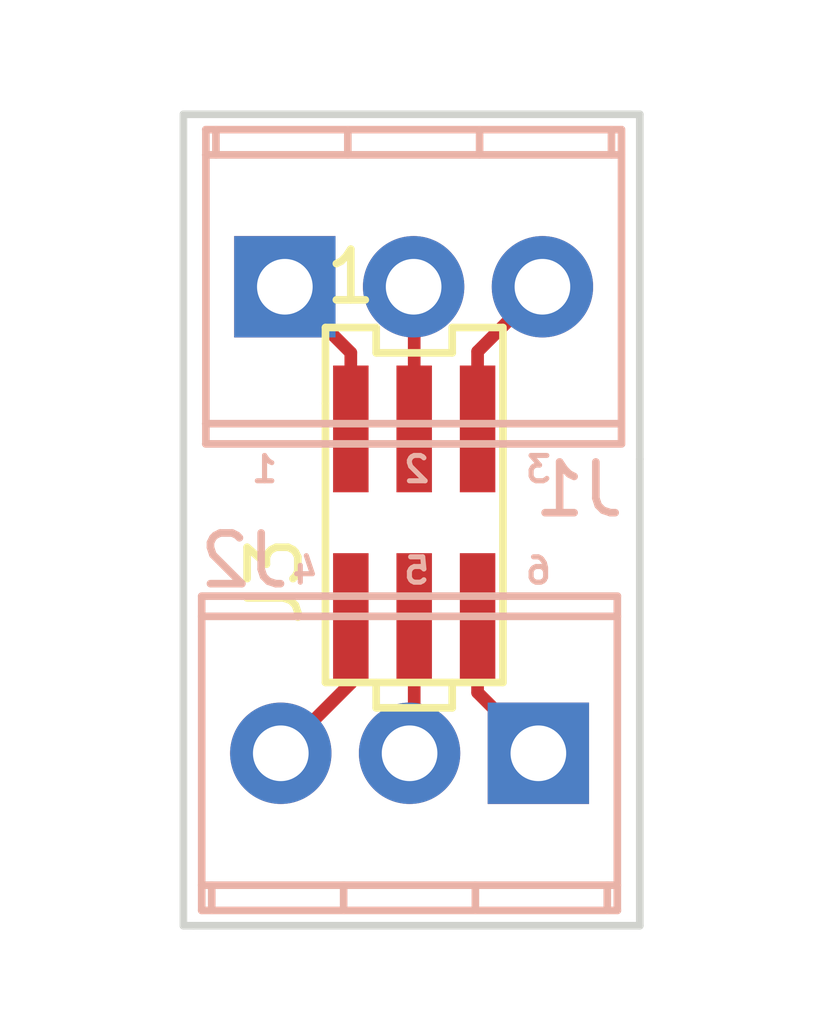
<source format=kicad_pcb>
(kicad_pcb (version 4) (host pcbnew 4.0.6)

  (general
    (links 6)
    (no_connects 0)
    (area 0 0 0 0)
    (thickness 1.6)
    (drawings 12)
    (tracks 13)
    (zones 0)
    (modules 3)
    (nets 7)
  )

  (page A4)
  (layers
    (0 F.Cu signal)
    (31 B.Cu signal)
    (32 B.Adhes user)
    (33 F.Adhes user)
    (34 B.Paste user)
    (35 F.Paste user)
    (36 B.SilkS user)
    (37 F.SilkS user)
    (38 B.Mask user)
    (39 F.Mask user)
    (40 Dwgs.User user)
    (41 Cmts.User user)
    (42 Eco1.User user)
    (43 Eco2.User user)
    (44 Edge.Cuts user)
    (45 Margin user)
    (46 B.CrtYd user)
    (47 F.CrtYd user)
    (48 B.Fab user)
    (49 F.Fab user)
  )

  (setup
    (last_trace_width 0.25)
    (trace_clearance 0.2)
    (zone_clearance 0.508)
    (zone_45_only no)
    (trace_min 0.2)
    (segment_width 0.2)
    (edge_width 0.15)
    (via_size 0.6)
    (via_drill 0.4)
    (via_min_size 0.4)
    (via_min_drill 0.3)
    (uvia_size 0.3)
    (uvia_drill 0.1)
    (uvias_allowed no)
    (uvia_min_size 0.2)
    (uvia_min_drill 0.1)
    (pcb_text_width 0.3)
    (pcb_text_size 1.5 1.5)
    (mod_edge_width 0.15)
    (mod_text_size 1 1)
    (mod_text_width 0.15)
    (pad_size 1.524 1.524)
    (pad_drill 0.762)
    (pad_to_mask_clearance 0.2)
    (aux_axis_origin 0 0)
    (visible_elements FFFFFF7F)
    (pcbplotparams
      (layerselection 0x00030_80000001)
      (usegerberextensions false)
      (excludeedgelayer true)
      (linewidth 0.100000)
      (plotframeref false)
      (viasonmask false)
      (mode 1)
      (useauxorigin false)
      (hpglpennumber 1)
      (hpglpenspeed 20)
      (hpglpendiameter 15)
      (hpglpenoverlay 2)
      (psnegative false)
      (psa4output false)
      (plotreference true)
      (plotvalue true)
      (plotinvisibletext false)
      (padsonsilk false)
      (subtractmaskfromsilk false)
      (outputformat 1)
      (mirror false)
      (drillshape 1)
      (scaleselection 1)
      (outputdirectory ""))
  )

  (net 0 "")
  (net 1 "Net-(J1-Pad3)")
  (net 2 "Net-(J1-Pad1)")
  (net 3 "Net-(J1-Pad2)")
  (net 4 "Net-(J2-Pad3)")
  (net 5 "Net-(J2-Pad1)")
  (net 6 "Net-(J2-Pad2)")

  (net_class Default "This is the default net class."
    (clearance 0.2)
    (trace_width 0.25)
    (via_dia 0.6)
    (via_drill 0.4)
    (uvia_dia 0.3)
    (uvia_drill 0.1)
    (add_net "Net-(J1-Pad1)")
    (add_net "Net-(J1-Pad2)")
    (add_net "Net-(J1-Pad3)")
    (add_net "Net-(J2-Pad1)")
    (add_net "Net-(J2-Pad2)")
    (add_net "Net-(J2-Pad3)")
  )

  (module Connectors_Terminal_Blocks:TerminalBlock_Pheonix_MPT-2.54mm_3pol (layer B.Cu) (tedit 598CDBC7) (tstamp 598CDB91)
    (at 147.2 104.2)
    (descr "3-way 2.54mm pitch terminal block, Phoenix MPT series")
    (path /598CD7FC)
    (fp_text reference J1 (at 5.8 4) (layer B.SilkS)
      (effects (font (size 1 1) (thickness 0.15)) (justify mirror))
    )
    (fp_text value Screw_Terminal_1x03 (at 2.54 -4.50088) (layer B.Fab)
      (effects (font (size 1 1) (thickness 0.15)) (justify mirror))
    )
    (fp_line (start -1.778 -3.302) (end 6.858 -3.302) (layer B.CrtYd) (width 0.05))
    (fp_line (start -1.778 3.302) (end -1.778 -3.302) (layer B.CrtYd) (width 0.05))
    (fp_line (start 6.858 3.302) (end -1.778 3.302) (layer B.CrtYd) (width 0.05))
    (fp_line (start 6.858 -3.302) (end 6.858 3.302) (layer B.CrtYd) (width 0.05))
    (fp_line (start 6.63956 3.0988) (end -1.55956 3.0988) (layer B.SilkS) (width 0.15))
    (fp_line (start 6.63956 2.70002) (end -1.55956 2.70002) (layer B.SilkS) (width 0.15))
    (fp_line (start 6.63956 -2.60096) (end -1.55956 -2.60096) (layer B.SilkS) (width 0.15))
    (fp_line (start -1.55956 -3.0988) (end 6.63956 -3.0988) (layer B.SilkS) (width 0.15))
    (fp_line (start 3.84048 -2.60096) (end 3.84048 -3.0988) (layer B.SilkS) (width 0.15))
    (fp_line (start -1.3589 -3.0988) (end -1.3589 -2.60096) (layer B.SilkS) (width 0.15))
    (fp_line (start 6.44144 -2.60096) (end 6.44144 -3.0988) (layer B.SilkS) (width 0.15))
    (fp_line (start 1.24206 -3.0988) (end 1.24206 -2.60096) (layer B.SilkS) (width 0.15))
    (fp_line (start 6.63956 -3.0988) (end 6.63956 3.0988) (layer B.SilkS) (width 0.15))
    (fp_line (start -1.55702 3.0988) (end -1.55702 -3.0988) (layer B.SilkS) (width 0.15))
    (pad 3 thru_hole oval (at 5.08 0) (size 1.99898 1.99898) (drill 1.09728) (layers *.Cu *.Mask)
      (net 1 "Net-(J1-Pad3)"))
    (pad 1 thru_hole rect (at 0 0) (size 1.99898 1.99898) (drill 1.09728) (layers *.Cu *.Mask)
      (net 2 "Net-(J1-Pad1)"))
    (pad 2 thru_hole oval (at 2.54 0) (size 1.99898 1.99898) (drill 1.09728) (layers *.Cu *.Mask)
      (net 3 "Net-(J1-Pad2)"))
    (model Terminal_Blocks.3dshapes/TerminalBlock_Pheonix_MPT-2.54mm_3pol.wrl
      (at (xyz 0.1 0 0))
      (scale (xyz 1 1 1))
      (rotate (xyz 0 0 0))
    )
  )

  (module Connectors_Terminal_Blocks:TerminalBlock_Pheonix_MPT-2.54mm_3pol (layer B.Cu) (tedit 598CDBCE) (tstamp 598CDB98)
    (at 152.2 113.4 180)
    (descr "3-way 2.54mm pitch terminal block, Phoenix MPT series")
    (path /598CD863)
    (fp_text reference J2 (at 5.8 3.8 180) (layer B.SilkS)
      (effects (font (size 1 1) (thickness 0.15)) (justify mirror))
    )
    (fp_text value Screw_Terminal_1x03 (at 2.54 -4.50088 180) (layer B.Fab)
      (effects (font (size 1 1) (thickness 0.15)) (justify mirror))
    )
    (fp_line (start -1.778 -3.302) (end 6.858 -3.302) (layer B.CrtYd) (width 0.05))
    (fp_line (start -1.778 3.302) (end -1.778 -3.302) (layer B.CrtYd) (width 0.05))
    (fp_line (start 6.858 3.302) (end -1.778 3.302) (layer B.CrtYd) (width 0.05))
    (fp_line (start 6.858 -3.302) (end 6.858 3.302) (layer B.CrtYd) (width 0.05))
    (fp_line (start 6.63956 3.0988) (end -1.55956 3.0988) (layer B.SilkS) (width 0.15))
    (fp_line (start 6.63956 2.70002) (end -1.55956 2.70002) (layer B.SilkS) (width 0.15))
    (fp_line (start 6.63956 -2.60096) (end -1.55956 -2.60096) (layer B.SilkS) (width 0.15))
    (fp_line (start -1.55956 -3.0988) (end 6.63956 -3.0988) (layer B.SilkS) (width 0.15))
    (fp_line (start 3.84048 -2.60096) (end 3.84048 -3.0988) (layer B.SilkS) (width 0.15))
    (fp_line (start -1.3589 -3.0988) (end -1.3589 -2.60096) (layer B.SilkS) (width 0.15))
    (fp_line (start 6.44144 -2.60096) (end 6.44144 -3.0988) (layer B.SilkS) (width 0.15))
    (fp_line (start 1.24206 -3.0988) (end 1.24206 -2.60096) (layer B.SilkS) (width 0.15))
    (fp_line (start 6.63956 -3.0988) (end 6.63956 3.0988) (layer B.SilkS) (width 0.15))
    (fp_line (start -1.55702 3.0988) (end -1.55702 -3.0988) (layer B.SilkS) (width 0.15))
    (pad 3 thru_hole oval (at 5.08 0 180) (size 1.99898 1.99898) (drill 1.09728) (layers *.Cu *.Mask)
      (net 4 "Net-(J2-Pad3)"))
    (pad 1 thru_hole rect (at 0 0 180) (size 1.99898 1.99898) (drill 1.09728) (layers *.Cu *.Mask)
      (net 5 "Net-(J2-Pad1)"))
    (pad 2 thru_hole oval (at 2.54 0 180) (size 1.99898 1.99898) (drill 1.09728) (layers *.Cu *.Mask)
      (net 6 "Net-(J2-Pad2)"))
    (model Terminal_Blocks.3dshapes/TerminalBlock_Pheonix_MPT-2.54mm_3pol.wrl
      (at (xyz 0.1 0 0))
      (scale (xyz 1 1 1))
      (rotate (xyz 0 0 0))
    )
  )

  (module MyConnectors:Gecko6Pin_SMD_Female (layer F.Cu) (tedit 598CBBE2) (tstamp 598CDBA2)
    (at 148.5011 105.0036)
    (path /598CD79D)
    (fp_text reference J3 (at -1.5 5 90) (layer F.SilkS)
      (effects (font (size 1 1) (thickness 0.15)))
    )
    (fp_text value CONN_01X06 (at -3 -1.5 90) (layer F.Fab)
      (effects (font (size 1 1) (thickness 0.15)))
    )
    (fp_text user 1 (at 0 -1) (layer F.SilkS)
      (effects (font (size 1 1) (thickness 0.15)))
    )
    (fp_line (start 0.5 7) (end 0.5 7.5) (layer F.SilkS) (width 0.15))
    (fp_line (start 0.5 7.5) (end 2 7.5) (layer F.SilkS) (width 0.15))
    (fp_line (start 2 7.5) (end 2 7) (layer F.SilkS) (width 0.15))
    (fp_line (start -0.5 1.5) (end -0.5 7) (layer F.SilkS) (width 0.15))
    (fp_line (start -0.5 7) (end 3 7) (layer F.SilkS) (width 0.15))
    (fp_line (start 3 7) (end 3 0) (layer F.SilkS) (width 0.15))
    (fp_line (start 3 0) (end 2 0) (layer F.SilkS) (width 0.15))
    (fp_line (start 2 0) (end 2 0.5) (layer F.SilkS) (width 0.15))
    (fp_line (start 2 0.5) (end 0.5 0.5) (layer F.SilkS) (width 0.15))
    (fp_line (start 0.5 0.5) (end 0.5 0) (layer F.SilkS) (width 0.15))
    (fp_line (start 0.5 0) (end -0.5 0) (layer F.SilkS) (width 0.15))
    (fp_line (start -0.5 0) (end -0.5 1.5) (layer F.SilkS) (width 0.15))
    (pad 1 smd rect (at 0 2) (size 0.7 2.5) (layers F.Cu F.Paste F.Mask)
      (net 2 "Net-(J1-Pad1)"))
    (pad 2 smd rect (at 1.25 2) (size 0.7 2.5) (layers F.Cu F.Paste F.Mask)
      (net 3 "Net-(J1-Pad2)"))
    (pad 3 smd rect (at 2.5 2) (size 0.7 2.5) (layers F.Cu F.Paste F.Mask)
      (net 1 "Net-(J1-Pad3)"))
    (pad 4 smd rect (at 0 5.7) (size 0.7 2.5) (layers F.Cu F.Paste F.Mask)
      (net 4 "Net-(J2-Pad3)"))
    (pad 5 smd rect (at 1.25 5.7) (size 0.7 2.5) (layers F.Cu F.Paste F.Mask)
      (net 6 "Net-(J2-Pad2)"))
    (pad 6 smd rect (at 2.5 5.7) (size 0.7 2.5) (layers F.Cu F.Paste F.Mask)
      (net 5 "Net-(J2-Pad1)"))
  )

  (gr_line (start 145.4 116.8) (end 145.2 116.8) (angle 90) (layer Edge.Cuts) (width 0.15))
  (gr_line (start 154.2 116.8) (end 145.4 116.8) (angle 90) (layer Edge.Cuts) (width 0.15))
  (gr_line (start 154.2 107.6) (end 154.2 116.8) (angle 90) (layer Edge.Cuts) (width 0.15))
  (gr_line (start 145.2 100.8) (end 145.2 116.8) (angle 90) (layer Edge.Cuts) (width 0.15))
  (gr_line (start 154.2 100.8) (end 145.2 100.8) (angle 90) (layer Edge.Cuts) (width 0.15))
  (gr_line (start 154.2 107.6) (end 154.2 100.8) (angle 90) (layer Edge.Cuts) (width 0.15))
  (gr_text "6\n" (at 152.2 109.8) (layer B.SilkS)
    (effects (font (size 0.5 0.5) (thickness 0.1)) (justify mirror))
  )
  (gr_text 5 (at 149.8 109.8) (layer B.SilkS)
    (effects (font (size 0.5 0.5) (thickness 0.1)) (justify mirror))
  )
  (gr_text 4 (at 147.6 109.8) (layer B.SilkS)
    (effects (font (size 0.5 0.5) (thickness 0.1)) (justify mirror))
  )
  (gr_text 3 (at 152.2 107.8) (layer B.SilkS)
    (effects (font (size 0.5 0.5) (thickness 0.1)) (justify mirror))
  )
  (gr_text 2 (at 149.8 107.8) (layer B.SilkS)
    (effects (font (size 0.5 0.5) (thickness 0.1)) (justify mirror))
  )
  (gr_text 1 (at 146.8 107.8) (layer B.SilkS)
    (effects (font (size 0.5 0.5) (thickness 0.1)) (justify mirror))
  )

  (segment (start 151.0011 107.0036) (end 151.0011 105.4789) (width 0.25) (layer F.Cu) (net 1))
  (segment (start 151.0011 105.4789) (end 152.28 104.2) (width 0.25) (layer F.Cu) (net 1) (tstamp 598CDBC3))
  (segment (start 148.5011 107.0036) (end 148.5011 105.5011) (width 0.25) (layer F.Cu) (net 2))
  (segment (start 148.5011 105.5011) (end 147.2 104.2) (width 0.25) (layer F.Cu) (net 2) (tstamp 598CDBC7))
  (segment (start 149.7511 107.0036) (end 149.7511 104.2111) (width 0.25) (layer F.Cu) (net 3))
  (segment (start 149.7511 104.2111) (end 149.74 104.2) (width 0.25) (layer F.Cu) (net 3) (tstamp 598CDBBF))
  (segment (start 148.5011 110.7036) (end 148.5011 112.0189) (width 0.25) (layer F.Cu) (net 4) (status 400000))
  (segment (start 148.5011 112.0189) (end 147.12 113.4) (width 0.25) (layer F.Cu) (net 4) (tstamp 598CDC80) (status 800000))
  (segment (start 151.0011 110.7036) (end 151.0011 112.2011) (width 0.25) (layer F.Cu) (net 5) (status 400000))
  (segment (start 151.0011 112.2011) (end 152.2 113.4) (width 0.25) (layer F.Cu) (net 5) (tstamp 598CDC87) (status 800000))
  (segment (start 149.7511 110.7036) (end 149.7511 113.3089) (width 0.25) (layer F.Cu) (net 6) (status C00000))
  (segment (start 149.7511 113.3089) (end 149.66 113.4) (width 0.25) (layer F.Cu) (net 6) (tstamp 598CDC84) (status C00000))
  (segment (start 149.5511 113.2911) (end 149.66 113.4) (width 0.25) (layer F.Cu) (net 6) (tstamp 598CDBCF) (status 30))

)

</source>
